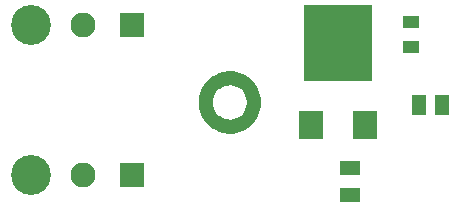
<source format=gts>
G04*
G04 #@! TF.GenerationSoftware,Altium Limited,Altium Designer,20.0.11 (256)*
G04*
G04 Layer_Color=8388736*
%FSLAX25Y25*%
%MOIN*%
G70*
G01*
G75*
%ADD19C,0.04500*%
%ADD20R,0.05721X0.04343*%
%ADD21R,0.08100X0.09300*%
%ADD22R,0.22700X0.25600*%
%ADD23R,0.04776X0.06587*%
%ADD24R,0.06902X0.04540*%
%ADD25C,0.13300*%
%ADD26C,0.08300*%
%ADD27R,0.08300X0.08300*%
D19*
X85602Y41801D02*
X85541Y42790D01*
X85359Y43765D01*
X85059Y44710D01*
X84644Y45610D01*
X84122Y46453D01*
X83501Y47226D01*
X82789Y47916D01*
X81998Y48513D01*
X81139Y49009D01*
X80226Y49395D01*
X79273Y49667D01*
X78293Y49819D01*
X77302Y49849D01*
X76315Y49758D01*
X75346Y49546D01*
X74411Y49216D01*
X73524Y48774D01*
X72697Y48227D01*
X71944Y47582D01*
X71276Y46849D01*
X70704Y46040D01*
X70235Y45166D01*
X69876Y44242D01*
X69635Y43280D01*
X69513Y42296D01*
Y41305D01*
X69635Y40321D01*
X69876Y39360D01*
X70235Y38435D01*
X70704Y37562D01*
X71276Y36752D01*
X71944Y36020D01*
X72697Y35375D01*
X73524Y34827D01*
X74411Y34385D01*
X75346Y34056D01*
X76315Y33843D01*
X77302Y33752D01*
X78293Y33783D01*
X79273Y33935D01*
X80226Y34206D01*
X81139Y34592D01*
X81998Y35088D01*
X82789Y35686D01*
X83501Y36376D01*
X84122Y37148D01*
X84644Y37991D01*
X85059Y38892D01*
X85359Y39837D01*
X85541Y40811D01*
X85602Y41801D01*
D20*
X138000Y68634D02*
D03*
Y60366D02*
D03*
D21*
X104500Y34375D02*
D03*
X122500D02*
D03*
D22*
X113500Y61475D02*
D03*
D23*
X140642Y41000D02*
D03*
X148358D02*
D03*
D24*
X117500Y20126D02*
D03*
Y10874D02*
D03*
D25*
X11200Y17500D02*
D03*
Y67500D02*
D03*
D26*
X28701Y17500D02*
D03*
Y67500D02*
D03*
D27*
X45000Y17500D02*
D03*
Y67500D02*
D03*
M02*

</source>
